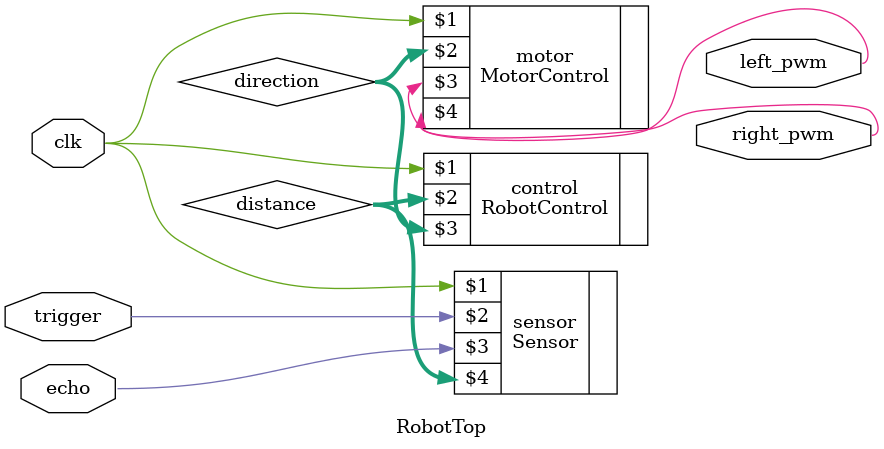
<source format=v>
module RobotTop(input clk, input trigger, input echo, output left_pwm, output right_pwm);
    wire [15:0] distance;
    wire [1:0] direction;

    // Instantiate sensor, FSM, and motor control modules
    Sensor sensor(clk, trigger, echo, distance);
    RobotControl control(clk, distance, direction);
    MotorControl motor(clk, direction, left_pwm, right_pwm);
endmodule

</source>
